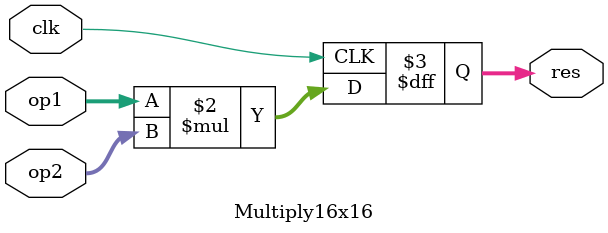
<source format=sv>
module Multiply8x8 #( 
  parameter DATA_WIDTH = 8
  ) (
  input  logic [DATA_WIDTH-1:0] op1, op2,
  input  logic clk,
  output logic [2*DATA_WIDTH-1:0] res
);

always_ff @(posedge clk) begin
  res <= op1*op2;
end

endmodule

module Multiply16x16 #( 
  parameter DATA_WIDTH = 16
  ) (
  input  logic [DATA_WIDTH-1:0] op1, op2,
  input  logic clk,
  output logic [2*DATA_WIDTH-1:0] res
);

always_ff @(posedge clk) begin
  res <= op1*op2;
end

endmodule

</source>
